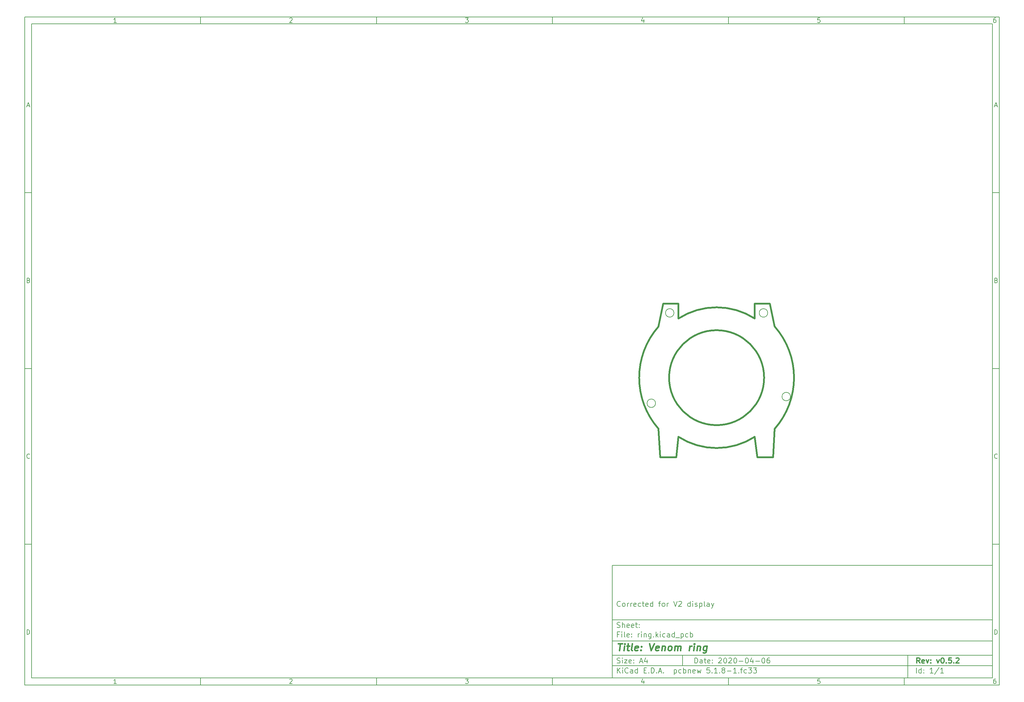
<source format=gbr>
G04 #@! TF.GenerationSoftware,KiCad,Pcbnew,5.1.8-1.fc33*
G04 #@! TF.CreationDate,2020-11-26T23:02:46+01:00*
G04 #@! TF.ProjectId,ring,72696e67-2e6b-4696-9361-645f70636258,v0.5.2*
G04 #@! TF.SameCoordinates,Original*
G04 #@! TF.FileFunction,Profile,NP*
%FSLAX46Y46*%
G04 Gerber Fmt 4.6, Leading zero omitted, Abs format (unit mm)*
G04 Created by KiCad (PCBNEW 5.1.8-1.fc33) date 2020-11-26 23:02:46*
%MOMM*%
%LPD*%
G01*
G04 APERTURE LIST*
%ADD10C,0.100000*%
%ADD11C,0.150000*%
%ADD12C,0.300000*%
%ADD13C,0.400000*%
G04 #@! TA.AperFunction,Profile*
%ADD14C,0.200000*%
G04 #@! TD*
G04 #@! TA.AperFunction,Profile*
%ADD15C,0.500000*%
G04 #@! TD*
G04 APERTURE END LIST*
D10*
D11*
X177002200Y-166007200D02*
X177002200Y-198007200D01*
X285002200Y-198007200D01*
X285002200Y-166007200D01*
X177002200Y-166007200D01*
D10*
D11*
X10000000Y-10000000D02*
X10000000Y-200007200D01*
X287002200Y-200007200D01*
X287002200Y-10000000D01*
X10000000Y-10000000D01*
D10*
D11*
X12000000Y-12000000D02*
X12000000Y-198007200D01*
X285002200Y-198007200D01*
X285002200Y-12000000D01*
X12000000Y-12000000D01*
D10*
D11*
X60000000Y-12000000D02*
X60000000Y-10000000D01*
D10*
D11*
X110000000Y-12000000D02*
X110000000Y-10000000D01*
D10*
D11*
X160000000Y-12000000D02*
X160000000Y-10000000D01*
D10*
D11*
X210000000Y-12000000D02*
X210000000Y-10000000D01*
D10*
D11*
X260000000Y-12000000D02*
X260000000Y-10000000D01*
D10*
D11*
X36065476Y-11588095D02*
X35322619Y-11588095D01*
X35694047Y-11588095D02*
X35694047Y-10288095D01*
X35570238Y-10473809D01*
X35446428Y-10597619D01*
X35322619Y-10659523D01*
D10*
D11*
X85322619Y-10411904D02*
X85384523Y-10350000D01*
X85508333Y-10288095D01*
X85817857Y-10288095D01*
X85941666Y-10350000D01*
X86003571Y-10411904D01*
X86065476Y-10535714D01*
X86065476Y-10659523D01*
X86003571Y-10845238D01*
X85260714Y-11588095D01*
X86065476Y-11588095D01*
D10*
D11*
X135260714Y-10288095D02*
X136065476Y-10288095D01*
X135632142Y-10783333D01*
X135817857Y-10783333D01*
X135941666Y-10845238D01*
X136003571Y-10907142D01*
X136065476Y-11030952D01*
X136065476Y-11340476D01*
X136003571Y-11464285D01*
X135941666Y-11526190D01*
X135817857Y-11588095D01*
X135446428Y-11588095D01*
X135322619Y-11526190D01*
X135260714Y-11464285D01*
D10*
D11*
X185941666Y-10721428D02*
X185941666Y-11588095D01*
X185632142Y-10226190D02*
X185322619Y-11154761D01*
X186127380Y-11154761D01*
D10*
D11*
X236003571Y-10288095D02*
X235384523Y-10288095D01*
X235322619Y-10907142D01*
X235384523Y-10845238D01*
X235508333Y-10783333D01*
X235817857Y-10783333D01*
X235941666Y-10845238D01*
X236003571Y-10907142D01*
X236065476Y-11030952D01*
X236065476Y-11340476D01*
X236003571Y-11464285D01*
X235941666Y-11526190D01*
X235817857Y-11588095D01*
X235508333Y-11588095D01*
X235384523Y-11526190D01*
X235322619Y-11464285D01*
D10*
D11*
X285941666Y-10288095D02*
X285694047Y-10288095D01*
X285570238Y-10350000D01*
X285508333Y-10411904D01*
X285384523Y-10597619D01*
X285322619Y-10845238D01*
X285322619Y-11340476D01*
X285384523Y-11464285D01*
X285446428Y-11526190D01*
X285570238Y-11588095D01*
X285817857Y-11588095D01*
X285941666Y-11526190D01*
X286003571Y-11464285D01*
X286065476Y-11340476D01*
X286065476Y-11030952D01*
X286003571Y-10907142D01*
X285941666Y-10845238D01*
X285817857Y-10783333D01*
X285570238Y-10783333D01*
X285446428Y-10845238D01*
X285384523Y-10907142D01*
X285322619Y-11030952D01*
D10*
D11*
X60000000Y-198007200D02*
X60000000Y-200007200D01*
D10*
D11*
X110000000Y-198007200D02*
X110000000Y-200007200D01*
D10*
D11*
X160000000Y-198007200D02*
X160000000Y-200007200D01*
D10*
D11*
X210000000Y-198007200D02*
X210000000Y-200007200D01*
D10*
D11*
X260000000Y-198007200D02*
X260000000Y-200007200D01*
D10*
D11*
X36065476Y-199595295D02*
X35322619Y-199595295D01*
X35694047Y-199595295D02*
X35694047Y-198295295D01*
X35570238Y-198481009D01*
X35446428Y-198604819D01*
X35322619Y-198666723D01*
D10*
D11*
X85322619Y-198419104D02*
X85384523Y-198357200D01*
X85508333Y-198295295D01*
X85817857Y-198295295D01*
X85941666Y-198357200D01*
X86003571Y-198419104D01*
X86065476Y-198542914D01*
X86065476Y-198666723D01*
X86003571Y-198852438D01*
X85260714Y-199595295D01*
X86065476Y-199595295D01*
D10*
D11*
X135260714Y-198295295D02*
X136065476Y-198295295D01*
X135632142Y-198790533D01*
X135817857Y-198790533D01*
X135941666Y-198852438D01*
X136003571Y-198914342D01*
X136065476Y-199038152D01*
X136065476Y-199347676D01*
X136003571Y-199471485D01*
X135941666Y-199533390D01*
X135817857Y-199595295D01*
X135446428Y-199595295D01*
X135322619Y-199533390D01*
X135260714Y-199471485D01*
D10*
D11*
X185941666Y-198728628D02*
X185941666Y-199595295D01*
X185632142Y-198233390D02*
X185322619Y-199161961D01*
X186127380Y-199161961D01*
D10*
D11*
X236003571Y-198295295D02*
X235384523Y-198295295D01*
X235322619Y-198914342D01*
X235384523Y-198852438D01*
X235508333Y-198790533D01*
X235817857Y-198790533D01*
X235941666Y-198852438D01*
X236003571Y-198914342D01*
X236065476Y-199038152D01*
X236065476Y-199347676D01*
X236003571Y-199471485D01*
X235941666Y-199533390D01*
X235817857Y-199595295D01*
X235508333Y-199595295D01*
X235384523Y-199533390D01*
X235322619Y-199471485D01*
D10*
D11*
X285941666Y-198295295D02*
X285694047Y-198295295D01*
X285570238Y-198357200D01*
X285508333Y-198419104D01*
X285384523Y-198604819D01*
X285322619Y-198852438D01*
X285322619Y-199347676D01*
X285384523Y-199471485D01*
X285446428Y-199533390D01*
X285570238Y-199595295D01*
X285817857Y-199595295D01*
X285941666Y-199533390D01*
X286003571Y-199471485D01*
X286065476Y-199347676D01*
X286065476Y-199038152D01*
X286003571Y-198914342D01*
X285941666Y-198852438D01*
X285817857Y-198790533D01*
X285570238Y-198790533D01*
X285446428Y-198852438D01*
X285384523Y-198914342D01*
X285322619Y-199038152D01*
D10*
D11*
X10000000Y-60000000D02*
X12000000Y-60000000D01*
D10*
D11*
X10000000Y-110000000D02*
X12000000Y-110000000D01*
D10*
D11*
X10000000Y-160000000D02*
X12000000Y-160000000D01*
D10*
D11*
X10690476Y-35216666D02*
X11309523Y-35216666D01*
X10566666Y-35588095D02*
X11000000Y-34288095D01*
X11433333Y-35588095D01*
D10*
D11*
X11092857Y-84907142D02*
X11278571Y-84969047D01*
X11340476Y-85030952D01*
X11402380Y-85154761D01*
X11402380Y-85340476D01*
X11340476Y-85464285D01*
X11278571Y-85526190D01*
X11154761Y-85588095D01*
X10659523Y-85588095D01*
X10659523Y-84288095D01*
X11092857Y-84288095D01*
X11216666Y-84350000D01*
X11278571Y-84411904D01*
X11340476Y-84535714D01*
X11340476Y-84659523D01*
X11278571Y-84783333D01*
X11216666Y-84845238D01*
X11092857Y-84907142D01*
X10659523Y-84907142D01*
D10*
D11*
X11402380Y-135464285D02*
X11340476Y-135526190D01*
X11154761Y-135588095D01*
X11030952Y-135588095D01*
X10845238Y-135526190D01*
X10721428Y-135402380D01*
X10659523Y-135278571D01*
X10597619Y-135030952D01*
X10597619Y-134845238D01*
X10659523Y-134597619D01*
X10721428Y-134473809D01*
X10845238Y-134350000D01*
X11030952Y-134288095D01*
X11154761Y-134288095D01*
X11340476Y-134350000D01*
X11402380Y-134411904D01*
D10*
D11*
X10659523Y-185588095D02*
X10659523Y-184288095D01*
X10969047Y-184288095D01*
X11154761Y-184350000D01*
X11278571Y-184473809D01*
X11340476Y-184597619D01*
X11402380Y-184845238D01*
X11402380Y-185030952D01*
X11340476Y-185278571D01*
X11278571Y-185402380D01*
X11154761Y-185526190D01*
X10969047Y-185588095D01*
X10659523Y-185588095D01*
D10*
D11*
X287002200Y-60000000D02*
X285002200Y-60000000D01*
D10*
D11*
X287002200Y-110000000D02*
X285002200Y-110000000D01*
D10*
D11*
X287002200Y-160000000D02*
X285002200Y-160000000D01*
D10*
D11*
X285692676Y-35216666D02*
X286311723Y-35216666D01*
X285568866Y-35588095D02*
X286002200Y-34288095D01*
X286435533Y-35588095D01*
D10*
D11*
X286095057Y-84907142D02*
X286280771Y-84969047D01*
X286342676Y-85030952D01*
X286404580Y-85154761D01*
X286404580Y-85340476D01*
X286342676Y-85464285D01*
X286280771Y-85526190D01*
X286156961Y-85588095D01*
X285661723Y-85588095D01*
X285661723Y-84288095D01*
X286095057Y-84288095D01*
X286218866Y-84350000D01*
X286280771Y-84411904D01*
X286342676Y-84535714D01*
X286342676Y-84659523D01*
X286280771Y-84783333D01*
X286218866Y-84845238D01*
X286095057Y-84907142D01*
X285661723Y-84907142D01*
D10*
D11*
X286404580Y-135464285D02*
X286342676Y-135526190D01*
X286156961Y-135588095D01*
X286033152Y-135588095D01*
X285847438Y-135526190D01*
X285723628Y-135402380D01*
X285661723Y-135278571D01*
X285599819Y-135030952D01*
X285599819Y-134845238D01*
X285661723Y-134597619D01*
X285723628Y-134473809D01*
X285847438Y-134350000D01*
X286033152Y-134288095D01*
X286156961Y-134288095D01*
X286342676Y-134350000D01*
X286404580Y-134411904D01*
D10*
D11*
X285661723Y-185588095D02*
X285661723Y-184288095D01*
X285971247Y-184288095D01*
X286156961Y-184350000D01*
X286280771Y-184473809D01*
X286342676Y-184597619D01*
X286404580Y-184845238D01*
X286404580Y-185030952D01*
X286342676Y-185278571D01*
X286280771Y-185402380D01*
X286156961Y-185526190D01*
X285971247Y-185588095D01*
X285661723Y-185588095D01*
D10*
D11*
X200434342Y-193785771D02*
X200434342Y-192285771D01*
X200791485Y-192285771D01*
X201005771Y-192357200D01*
X201148628Y-192500057D01*
X201220057Y-192642914D01*
X201291485Y-192928628D01*
X201291485Y-193142914D01*
X201220057Y-193428628D01*
X201148628Y-193571485D01*
X201005771Y-193714342D01*
X200791485Y-193785771D01*
X200434342Y-193785771D01*
X202577200Y-193785771D02*
X202577200Y-193000057D01*
X202505771Y-192857200D01*
X202362914Y-192785771D01*
X202077200Y-192785771D01*
X201934342Y-192857200D01*
X202577200Y-193714342D02*
X202434342Y-193785771D01*
X202077200Y-193785771D01*
X201934342Y-193714342D01*
X201862914Y-193571485D01*
X201862914Y-193428628D01*
X201934342Y-193285771D01*
X202077200Y-193214342D01*
X202434342Y-193214342D01*
X202577200Y-193142914D01*
X203077200Y-192785771D02*
X203648628Y-192785771D01*
X203291485Y-192285771D02*
X203291485Y-193571485D01*
X203362914Y-193714342D01*
X203505771Y-193785771D01*
X203648628Y-193785771D01*
X204720057Y-193714342D02*
X204577200Y-193785771D01*
X204291485Y-193785771D01*
X204148628Y-193714342D01*
X204077200Y-193571485D01*
X204077200Y-193000057D01*
X204148628Y-192857200D01*
X204291485Y-192785771D01*
X204577200Y-192785771D01*
X204720057Y-192857200D01*
X204791485Y-193000057D01*
X204791485Y-193142914D01*
X204077200Y-193285771D01*
X205434342Y-193642914D02*
X205505771Y-193714342D01*
X205434342Y-193785771D01*
X205362914Y-193714342D01*
X205434342Y-193642914D01*
X205434342Y-193785771D01*
X205434342Y-192857200D02*
X205505771Y-192928628D01*
X205434342Y-193000057D01*
X205362914Y-192928628D01*
X205434342Y-192857200D01*
X205434342Y-193000057D01*
X207220057Y-192428628D02*
X207291485Y-192357200D01*
X207434342Y-192285771D01*
X207791485Y-192285771D01*
X207934342Y-192357200D01*
X208005771Y-192428628D01*
X208077200Y-192571485D01*
X208077200Y-192714342D01*
X208005771Y-192928628D01*
X207148628Y-193785771D01*
X208077200Y-193785771D01*
X209005771Y-192285771D02*
X209148628Y-192285771D01*
X209291485Y-192357200D01*
X209362914Y-192428628D01*
X209434342Y-192571485D01*
X209505771Y-192857200D01*
X209505771Y-193214342D01*
X209434342Y-193500057D01*
X209362914Y-193642914D01*
X209291485Y-193714342D01*
X209148628Y-193785771D01*
X209005771Y-193785771D01*
X208862914Y-193714342D01*
X208791485Y-193642914D01*
X208720057Y-193500057D01*
X208648628Y-193214342D01*
X208648628Y-192857200D01*
X208720057Y-192571485D01*
X208791485Y-192428628D01*
X208862914Y-192357200D01*
X209005771Y-192285771D01*
X210077200Y-192428628D02*
X210148628Y-192357200D01*
X210291485Y-192285771D01*
X210648628Y-192285771D01*
X210791485Y-192357200D01*
X210862914Y-192428628D01*
X210934342Y-192571485D01*
X210934342Y-192714342D01*
X210862914Y-192928628D01*
X210005771Y-193785771D01*
X210934342Y-193785771D01*
X211862914Y-192285771D02*
X212005771Y-192285771D01*
X212148628Y-192357200D01*
X212220057Y-192428628D01*
X212291485Y-192571485D01*
X212362914Y-192857200D01*
X212362914Y-193214342D01*
X212291485Y-193500057D01*
X212220057Y-193642914D01*
X212148628Y-193714342D01*
X212005771Y-193785771D01*
X211862914Y-193785771D01*
X211720057Y-193714342D01*
X211648628Y-193642914D01*
X211577200Y-193500057D01*
X211505771Y-193214342D01*
X211505771Y-192857200D01*
X211577200Y-192571485D01*
X211648628Y-192428628D01*
X211720057Y-192357200D01*
X211862914Y-192285771D01*
X213005771Y-193214342D02*
X214148628Y-193214342D01*
X215148628Y-192285771D02*
X215291485Y-192285771D01*
X215434342Y-192357200D01*
X215505771Y-192428628D01*
X215577200Y-192571485D01*
X215648628Y-192857200D01*
X215648628Y-193214342D01*
X215577200Y-193500057D01*
X215505771Y-193642914D01*
X215434342Y-193714342D01*
X215291485Y-193785771D01*
X215148628Y-193785771D01*
X215005771Y-193714342D01*
X214934342Y-193642914D01*
X214862914Y-193500057D01*
X214791485Y-193214342D01*
X214791485Y-192857200D01*
X214862914Y-192571485D01*
X214934342Y-192428628D01*
X215005771Y-192357200D01*
X215148628Y-192285771D01*
X216934342Y-192785771D02*
X216934342Y-193785771D01*
X216577200Y-192214342D02*
X216220057Y-193285771D01*
X217148628Y-193285771D01*
X217720057Y-193214342D02*
X218862914Y-193214342D01*
X219862914Y-192285771D02*
X220005771Y-192285771D01*
X220148628Y-192357200D01*
X220220057Y-192428628D01*
X220291485Y-192571485D01*
X220362914Y-192857200D01*
X220362914Y-193214342D01*
X220291485Y-193500057D01*
X220220057Y-193642914D01*
X220148628Y-193714342D01*
X220005771Y-193785771D01*
X219862914Y-193785771D01*
X219720057Y-193714342D01*
X219648628Y-193642914D01*
X219577200Y-193500057D01*
X219505771Y-193214342D01*
X219505771Y-192857200D01*
X219577200Y-192571485D01*
X219648628Y-192428628D01*
X219720057Y-192357200D01*
X219862914Y-192285771D01*
X221648628Y-192285771D02*
X221362914Y-192285771D01*
X221220057Y-192357200D01*
X221148628Y-192428628D01*
X221005771Y-192642914D01*
X220934342Y-192928628D01*
X220934342Y-193500057D01*
X221005771Y-193642914D01*
X221077200Y-193714342D01*
X221220057Y-193785771D01*
X221505771Y-193785771D01*
X221648628Y-193714342D01*
X221720057Y-193642914D01*
X221791485Y-193500057D01*
X221791485Y-193142914D01*
X221720057Y-193000057D01*
X221648628Y-192928628D01*
X221505771Y-192857200D01*
X221220057Y-192857200D01*
X221077200Y-192928628D01*
X221005771Y-193000057D01*
X220934342Y-193142914D01*
D10*
D11*
X177002200Y-194507200D02*
X285002200Y-194507200D01*
D10*
D11*
X178434342Y-196585771D02*
X178434342Y-195085771D01*
X179291485Y-196585771D02*
X178648628Y-195728628D01*
X179291485Y-195085771D02*
X178434342Y-195942914D01*
X179934342Y-196585771D02*
X179934342Y-195585771D01*
X179934342Y-195085771D02*
X179862914Y-195157200D01*
X179934342Y-195228628D01*
X180005771Y-195157200D01*
X179934342Y-195085771D01*
X179934342Y-195228628D01*
X181505771Y-196442914D02*
X181434342Y-196514342D01*
X181220057Y-196585771D01*
X181077200Y-196585771D01*
X180862914Y-196514342D01*
X180720057Y-196371485D01*
X180648628Y-196228628D01*
X180577200Y-195942914D01*
X180577200Y-195728628D01*
X180648628Y-195442914D01*
X180720057Y-195300057D01*
X180862914Y-195157200D01*
X181077200Y-195085771D01*
X181220057Y-195085771D01*
X181434342Y-195157200D01*
X181505771Y-195228628D01*
X182791485Y-196585771D02*
X182791485Y-195800057D01*
X182720057Y-195657200D01*
X182577200Y-195585771D01*
X182291485Y-195585771D01*
X182148628Y-195657200D01*
X182791485Y-196514342D02*
X182648628Y-196585771D01*
X182291485Y-196585771D01*
X182148628Y-196514342D01*
X182077200Y-196371485D01*
X182077200Y-196228628D01*
X182148628Y-196085771D01*
X182291485Y-196014342D01*
X182648628Y-196014342D01*
X182791485Y-195942914D01*
X184148628Y-196585771D02*
X184148628Y-195085771D01*
X184148628Y-196514342D02*
X184005771Y-196585771D01*
X183720057Y-196585771D01*
X183577200Y-196514342D01*
X183505771Y-196442914D01*
X183434342Y-196300057D01*
X183434342Y-195871485D01*
X183505771Y-195728628D01*
X183577200Y-195657200D01*
X183720057Y-195585771D01*
X184005771Y-195585771D01*
X184148628Y-195657200D01*
X186005771Y-195800057D02*
X186505771Y-195800057D01*
X186720057Y-196585771D02*
X186005771Y-196585771D01*
X186005771Y-195085771D01*
X186720057Y-195085771D01*
X187362914Y-196442914D02*
X187434342Y-196514342D01*
X187362914Y-196585771D01*
X187291485Y-196514342D01*
X187362914Y-196442914D01*
X187362914Y-196585771D01*
X188077200Y-196585771D02*
X188077200Y-195085771D01*
X188434342Y-195085771D01*
X188648628Y-195157200D01*
X188791485Y-195300057D01*
X188862914Y-195442914D01*
X188934342Y-195728628D01*
X188934342Y-195942914D01*
X188862914Y-196228628D01*
X188791485Y-196371485D01*
X188648628Y-196514342D01*
X188434342Y-196585771D01*
X188077200Y-196585771D01*
X189577200Y-196442914D02*
X189648628Y-196514342D01*
X189577200Y-196585771D01*
X189505771Y-196514342D01*
X189577200Y-196442914D01*
X189577200Y-196585771D01*
X190220057Y-196157200D02*
X190934342Y-196157200D01*
X190077200Y-196585771D02*
X190577200Y-195085771D01*
X191077200Y-196585771D01*
X191577200Y-196442914D02*
X191648628Y-196514342D01*
X191577200Y-196585771D01*
X191505771Y-196514342D01*
X191577200Y-196442914D01*
X191577200Y-196585771D01*
X194577200Y-195585771D02*
X194577200Y-197085771D01*
X194577200Y-195657200D02*
X194720057Y-195585771D01*
X195005771Y-195585771D01*
X195148628Y-195657200D01*
X195220057Y-195728628D01*
X195291485Y-195871485D01*
X195291485Y-196300057D01*
X195220057Y-196442914D01*
X195148628Y-196514342D01*
X195005771Y-196585771D01*
X194720057Y-196585771D01*
X194577200Y-196514342D01*
X196577200Y-196514342D02*
X196434342Y-196585771D01*
X196148628Y-196585771D01*
X196005771Y-196514342D01*
X195934342Y-196442914D01*
X195862914Y-196300057D01*
X195862914Y-195871485D01*
X195934342Y-195728628D01*
X196005771Y-195657200D01*
X196148628Y-195585771D01*
X196434342Y-195585771D01*
X196577200Y-195657200D01*
X197220057Y-196585771D02*
X197220057Y-195085771D01*
X197220057Y-195657200D02*
X197362914Y-195585771D01*
X197648628Y-195585771D01*
X197791485Y-195657200D01*
X197862914Y-195728628D01*
X197934342Y-195871485D01*
X197934342Y-196300057D01*
X197862914Y-196442914D01*
X197791485Y-196514342D01*
X197648628Y-196585771D01*
X197362914Y-196585771D01*
X197220057Y-196514342D01*
X198577200Y-195585771D02*
X198577200Y-196585771D01*
X198577200Y-195728628D02*
X198648628Y-195657200D01*
X198791485Y-195585771D01*
X199005771Y-195585771D01*
X199148628Y-195657200D01*
X199220057Y-195800057D01*
X199220057Y-196585771D01*
X200505771Y-196514342D02*
X200362914Y-196585771D01*
X200077200Y-196585771D01*
X199934342Y-196514342D01*
X199862914Y-196371485D01*
X199862914Y-195800057D01*
X199934342Y-195657200D01*
X200077200Y-195585771D01*
X200362914Y-195585771D01*
X200505771Y-195657200D01*
X200577200Y-195800057D01*
X200577200Y-195942914D01*
X199862914Y-196085771D01*
X201077200Y-195585771D02*
X201362914Y-196585771D01*
X201648628Y-195871485D01*
X201934342Y-196585771D01*
X202220057Y-195585771D01*
X204648628Y-195085771D02*
X203934342Y-195085771D01*
X203862914Y-195800057D01*
X203934342Y-195728628D01*
X204077200Y-195657200D01*
X204434342Y-195657200D01*
X204577200Y-195728628D01*
X204648628Y-195800057D01*
X204720057Y-195942914D01*
X204720057Y-196300057D01*
X204648628Y-196442914D01*
X204577200Y-196514342D01*
X204434342Y-196585771D01*
X204077200Y-196585771D01*
X203934342Y-196514342D01*
X203862914Y-196442914D01*
X205362914Y-196442914D02*
X205434342Y-196514342D01*
X205362914Y-196585771D01*
X205291485Y-196514342D01*
X205362914Y-196442914D01*
X205362914Y-196585771D01*
X206862914Y-196585771D02*
X206005771Y-196585771D01*
X206434342Y-196585771D02*
X206434342Y-195085771D01*
X206291485Y-195300057D01*
X206148628Y-195442914D01*
X206005771Y-195514342D01*
X207505771Y-196442914D02*
X207577200Y-196514342D01*
X207505771Y-196585771D01*
X207434342Y-196514342D01*
X207505771Y-196442914D01*
X207505771Y-196585771D01*
X208434342Y-195728628D02*
X208291485Y-195657200D01*
X208220057Y-195585771D01*
X208148628Y-195442914D01*
X208148628Y-195371485D01*
X208220057Y-195228628D01*
X208291485Y-195157200D01*
X208434342Y-195085771D01*
X208720057Y-195085771D01*
X208862914Y-195157200D01*
X208934342Y-195228628D01*
X209005771Y-195371485D01*
X209005771Y-195442914D01*
X208934342Y-195585771D01*
X208862914Y-195657200D01*
X208720057Y-195728628D01*
X208434342Y-195728628D01*
X208291485Y-195800057D01*
X208220057Y-195871485D01*
X208148628Y-196014342D01*
X208148628Y-196300057D01*
X208220057Y-196442914D01*
X208291485Y-196514342D01*
X208434342Y-196585771D01*
X208720057Y-196585771D01*
X208862914Y-196514342D01*
X208934342Y-196442914D01*
X209005771Y-196300057D01*
X209005771Y-196014342D01*
X208934342Y-195871485D01*
X208862914Y-195800057D01*
X208720057Y-195728628D01*
X209648628Y-196014342D02*
X210791485Y-196014342D01*
X212291485Y-196585771D02*
X211434342Y-196585771D01*
X211862914Y-196585771D02*
X211862914Y-195085771D01*
X211720057Y-195300057D01*
X211577200Y-195442914D01*
X211434342Y-195514342D01*
X212934342Y-196442914D02*
X213005771Y-196514342D01*
X212934342Y-196585771D01*
X212862914Y-196514342D01*
X212934342Y-196442914D01*
X212934342Y-196585771D01*
X213434342Y-195585771D02*
X214005771Y-195585771D01*
X213648628Y-196585771D02*
X213648628Y-195300057D01*
X213720057Y-195157200D01*
X213862914Y-195085771D01*
X214005771Y-195085771D01*
X215148628Y-196514342D02*
X215005771Y-196585771D01*
X214720057Y-196585771D01*
X214577200Y-196514342D01*
X214505771Y-196442914D01*
X214434342Y-196300057D01*
X214434342Y-195871485D01*
X214505771Y-195728628D01*
X214577200Y-195657200D01*
X214720057Y-195585771D01*
X215005771Y-195585771D01*
X215148628Y-195657200D01*
X215648628Y-195085771D02*
X216577200Y-195085771D01*
X216077200Y-195657200D01*
X216291485Y-195657200D01*
X216434342Y-195728628D01*
X216505771Y-195800057D01*
X216577200Y-195942914D01*
X216577200Y-196300057D01*
X216505771Y-196442914D01*
X216434342Y-196514342D01*
X216291485Y-196585771D01*
X215862914Y-196585771D01*
X215720057Y-196514342D01*
X215648628Y-196442914D01*
X217077200Y-195085771D02*
X218005771Y-195085771D01*
X217505771Y-195657200D01*
X217720057Y-195657200D01*
X217862914Y-195728628D01*
X217934342Y-195800057D01*
X218005771Y-195942914D01*
X218005771Y-196300057D01*
X217934342Y-196442914D01*
X217862914Y-196514342D01*
X217720057Y-196585771D01*
X217291485Y-196585771D01*
X217148628Y-196514342D01*
X217077200Y-196442914D01*
D10*
D11*
X177002200Y-191507200D02*
X285002200Y-191507200D01*
D10*
D12*
X264411485Y-193785771D02*
X263911485Y-193071485D01*
X263554342Y-193785771D02*
X263554342Y-192285771D01*
X264125771Y-192285771D01*
X264268628Y-192357200D01*
X264340057Y-192428628D01*
X264411485Y-192571485D01*
X264411485Y-192785771D01*
X264340057Y-192928628D01*
X264268628Y-193000057D01*
X264125771Y-193071485D01*
X263554342Y-193071485D01*
X265625771Y-193714342D02*
X265482914Y-193785771D01*
X265197200Y-193785771D01*
X265054342Y-193714342D01*
X264982914Y-193571485D01*
X264982914Y-193000057D01*
X265054342Y-192857200D01*
X265197200Y-192785771D01*
X265482914Y-192785771D01*
X265625771Y-192857200D01*
X265697200Y-193000057D01*
X265697200Y-193142914D01*
X264982914Y-193285771D01*
X266197200Y-192785771D02*
X266554342Y-193785771D01*
X266911485Y-192785771D01*
X267482914Y-193642914D02*
X267554342Y-193714342D01*
X267482914Y-193785771D01*
X267411485Y-193714342D01*
X267482914Y-193642914D01*
X267482914Y-193785771D01*
X267482914Y-192857200D02*
X267554342Y-192928628D01*
X267482914Y-193000057D01*
X267411485Y-192928628D01*
X267482914Y-192857200D01*
X267482914Y-193000057D01*
X269197200Y-192785771D02*
X269554342Y-193785771D01*
X269911485Y-192785771D01*
X270768628Y-192285771D02*
X270911485Y-192285771D01*
X271054342Y-192357200D01*
X271125771Y-192428628D01*
X271197200Y-192571485D01*
X271268628Y-192857200D01*
X271268628Y-193214342D01*
X271197200Y-193500057D01*
X271125771Y-193642914D01*
X271054342Y-193714342D01*
X270911485Y-193785771D01*
X270768628Y-193785771D01*
X270625771Y-193714342D01*
X270554342Y-193642914D01*
X270482914Y-193500057D01*
X270411485Y-193214342D01*
X270411485Y-192857200D01*
X270482914Y-192571485D01*
X270554342Y-192428628D01*
X270625771Y-192357200D01*
X270768628Y-192285771D01*
X271911485Y-193642914D02*
X271982914Y-193714342D01*
X271911485Y-193785771D01*
X271840057Y-193714342D01*
X271911485Y-193642914D01*
X271911485Y-193785771D01*
X273340057Y-192285771D02*
X272625771Y-192285771D01*
X272554342Y-193000057D01*
X272625771Y-192928628D01*
X272768628Y-192857200D01*
X273125771Y-192857200D01*
X273268628Y-192928628D01*
X273340057Y-193000057D01*
X273411485Y-193142914D01*
X273411485Y-193500057D01*
X273340057Y-193642914D01*
X273268628Y-193714342D01*
X273125771Y-193785771D01*
X272768628Y-193785771D01*
X272625771Y-193714342D01*
X272554342Y-193642914D01*
X274054342Y-193642914D02*
X274125771Y-193714342D01*
X274054342Y-193785771D01*
X273982914Y-193714342D01*
X274054342Y-193642914D01*
X274054342Y-193785771D01*
X274697200Y-192428628D02*
X274768628Y-192357200D01*
X274911485Y-192285771D01*
X275268628Y-192285771D01*
X275411485Y-192357200D01*
X275482914Y-192428628D01*
X275554342Y-192571485D01*
X275554342Y-192714342D01*
X275482914Y-192928628D01*
X274625771Y-193785771D01*
X275554342Y-193785771D01*
D10*
D11*
X178362914Y-193714342D02*
X178577200Y-193785771D01*
X178934342Y-193785771D01*
X179077200Y-193714342D01*
X179148628Y-193642914D01*
X179220057Y-193500057D01*
X179220057Y-193357200D01*
X179148628Y-193214342D01*
X179077200Y-193142914D01*
X178934342Y-193071485D01*
X178648628Y-193000057D01*
X178505771Y-192928628D01*
X178434342Y-192857200D01*
X178362914Y-192714342D01*
X178362914Y-192571485D01*
X178434342Y-192428628D01*
X178505771Y-192357200D01*
X178648628Y-192285771D01*
X179005771Y-192285771D01*
X179220057Y-192357200D01*
X179862914Y-193785771D02*
X179862914Y-192785771D01*
X179862914Y-192285771D02*
X179791485Y-192357200D01*
X179862914Y-192428628D01*
X179934342Y-192357200D01*
X179862914Y-192285771D01*
X179862914Y-192428628D01*
X180434342Y-192785771D02*
X181220057Y-192785771D01*
X180434342Y-193785771D01*
X181220057Y-193785771D01*
X182362914Y-193714342D02*
X182220057Y-193785771D01*
X181934342Y-193785771D01*
X181791485Y-193714342D01*
X181720057Y-193571485D01*
X181720057Y-193000057D01*
X181791485Y-192857200D01*
X181934342Y-192785771D01*
X182220057Y-192785771D01*
X182362914Y-192857200D01*
X182434342Y-193000057D01*
X182434342Y-193142914D01*
X181720057Y-193285771D01*
X183077200Y-193642914D02*
X183148628Y-193714342D01*
X183077200Y-193785771D01*
X183005771Y-193714342D01*
X183077200Y-193642914D01*
X183077200Y-193785771D01*
X183077200Y-192857200D02*
X183148628Y-192928628D01*
X183077200Y-193000057D01*
X183005771Y-192928628D01*
X183077200Y-192857200D01*
X183077200Y-193000057D01*
X184862914Y-193357200D02*
X185577200Y-193357200D01*
X184720057Y-193785771D02*
X185220057Y-192285771D01*
X185720057Y-193785771D01*
X186862914Y-192785771D02*
X186862914Y-193785771D01*
X186505771Y-192214342D02*
X186148628Y-193285771D01*
X187077200Y-193285771D01*
D10*
D11*
X263434342Y-196585771D02*
X263434342Y-195085771D01*
X264791485Y-196585771D02*
X264791485Y-195085771D01*
X264791485Y-196514342D02*
X264648628Y-196585771D01*
X264362914Y-196585771D01*
X264220057Y-196514342D01*
X264148628Y-196442914D01*
X264077200Y-196300057D01*
X264077200Y-195871485D01*
X264148628Y-195728628D01*
X264220057Y-195657200D01*
X264362914Y-195585771D01*
X264648628Y-195585771D01*
X264791485Y-195657200D01*
X265505771Y-196442914D02*
X265577200Y-196514342D01*
X265505771Y-196585771D01*
X265434342Y-196514342D01*
X265505771Y-196442914D01*
X265505771Y-196585771D01*
X265505771Y-195657200D02*
X265577200Y-195728628D01*
X265505771Y-195800057D01*
X265434342Y-195728628D01*
X265505771Y-195657200D01*
X265505771Y-195800057D01*
X268148628Y-196585771D02*
X267291485Y-196585771D01*
X267720057Y-196585771D02*
X267720057Y-195085771D01*
X267577200Y-195300057D01*
X267434342Y-195442914D01*
X267291485Y-195514342D01*
X269862914Y-195014342D02*
X268577200Y-196942914D01*
X271148628Y-196585771D02*
X270291485Y-196585771D01*
X270720057Y-196585771D02*
X270720057Y-195085771D01*
X270577200Y-195300057D01*
X270434342Y-195442914D01*
X270291485Y-195514342D01*
D10*
D11*
X177002200Y-187507200D02*
X285002200Y-187507200D01*
D10*
D13*
X178714580Y-188211961D02*
X179857438Y-188211961D01*
X179036009Y-190211961D02*
X179286009Y-188211961D01*
X180274104Y-190211961D02*
X180440771Y-188878628D01*
X180524104Y-188211961D02*
X180416961Y-188307200D01*
X180500295Y-188402438D01*
X180607438Y-188307200D01*
X180524104Y-188211961D01*
X180500295Y-188402438D01*
X181107438Y-188878628D02*
X181869342Y-188878628D01*
X181476485Y-188211961D02*
X181262200Y-189926247D01*
X181333628Y-190116723D01*
X181512200Y-190211961D01*
X181702676Y-190211961D01*
X182655057Y-190211961D02*
X182476485Y-190116723D01*
X182405057Y-189926247D01*
X182619342Y-188211961D01*
X184190771Y-190116723D02*
X183988390Y-190211961D01*
X183607438Y-190211961D01*
X183428866Y-190116723D01*
X183357438Y-189926247D01*
X183452676Y-189164342D01*
X183571723Y-188973866D01*
X183774104Y-188878628D01*
X184155057Y-188878628D01*
X184333628Y-188973866D01*
X184405057Y-189164342D01*
X184381247Y-189354819D01*
X183405057Y-189545295D01*
X185155057Y-190021485D02*
X185238390Y-190116723D01*
X185131247Y-190211961D01*
X185047914Y-190116723D01*
X185155057Y-190021485D01*
X185131247Y-190211961D01*
X185286009Y-188973866D02*
X185369342Y-189069104D01*
X185262200Y-189164342D01*
X185178866Y-189069104D01*
X185286009Y-188973866D01*
X185262200Y-189164342D01*
X187571723Y-188211961D02*
X187988390Y-190211961D01*
X188905057Y-188211961D01*
X190095533Y-190116723D02*
X189893152Y-190211961D01*
X189512200Y-190211961D01*
X189333628Y-190116723D01*
X189262200Y-189926247D01*
X189357438Y-189164342D01*
X189476485Y-188973866D01*
X189678866Y-188878628D01*
X190059819Y-188878628D01*
X190238390Y-188973866D01*
X190309819Y-189164342D01*
X190286009Y-189354819D01*
X189309819Y-189545295D01*
X191202676Y-188878628D02*
X191036009Y-190211961D01*
X191178866Y-189069104D02*
X191286009Y-188973866D01*
X191488390Y-188878628D01*
X191774104Y-188878628D01*
X191952676Y-188973866D01*
X192024104Y-189164342D01*
X191893152Y-190211961D01*
X193131247Y-190211961D02*
X192952676Y-190116723D01*
X192869342Y-190021485D01*
X192797914Y-189831009D01*
X192869342Y-189259580D01*
X192988390Y-189069104D01*
X193095533Y-188973866D01*
X193297914Y-188878628D01*
X193583628Y-188878628D01*
X193762200Y-188973866D01*
X193845533Y-189069104D01*
X193916961Y-189259580D01*
X193845533Y-189831009D01*
X193726485Y-190021485D01*
X193619342Y-190116723D01*
X193416961Y-190211961D01*
X193131247Y-190211961D01*
X194655057Y-190211961D02*
X194821723Y-188878628D01*
X194797914Y-189069104D02*
X194905057Y-188973866D01*
X195107438Y-188878628D01*
X195393152Y-188878628D01*
X195571723Y-188973866D01*
X195643152Y-189164342D01*
X195512200Y-190211961D01*
X195643152Y-189164342D02*
X195762200Y-188973866D01*
X195964580Y-188878628D01*
X196250295Y-188878628D01*
X196428866Y-188973866D01*
X196500295Y-189164342D01*
X196369342Y-190211961D01*
X198845533Y-190211961D02*
X199012200Y-188878628D01*
X198964580Y-189259580D02*
X199083628Y-189069104D01*
X199190771Y-188973866D01*
X199393152Y-188878628D01*
X199583628Y-188878628D01*
X200083628Y-190211961D02*
X200250295Y-188878628D01*
X200333628Y-188211961D02*
X200226485Y-188307200D01*
X200309819Y-188402438D01*
X200416961Y-188307200D01*
X200333628Y-188211961D01*
X200309819Y-188402438D01*
X201202676Y-188878628D02*
X201036009Y-190211961D01*
X201178866Y-189069104D02*
X201286009Y-188973866D01*
X201488390Y-188878628D01*
X201774104Y-188878628D01*
X201952676Y-188973866D01*
X202024104Y-189164342D01*
X201893152Y-190211961D01*
X203869342Y-188878628D02*
X203666961Y-190497676D01*
X203547914Y-190688152D01*
X203440771Y-190783390D01*
X203238390Y-190878628D01*
X202952676Y-190878628D01*
X202774104Y-190783390D01*
X203714580Y-190116723D02*
X203512200Y-190211961D01*
X203131247Y-190211961D01*
X202952676Y-190116723D01*
X202869342Y-190021485D01*
X202797914Y-189831009D01*
X202869342Y-189259580D01*
X202988390Y-189069104D01*
X203095533Y-188973866D01*
X203297914Y-188878628D01*
X203678866Y-188878628D01*
X203857438Y-188973866D01*
D10*
D11*
X178934342Y-185600057D02*
X178434342Y-185600057D01*
X178434342Y-186385771D02*
X178434342Y-184885771D01*
X179148628Y-184885771D01*
X179720057Y-186385771D02*
X179720057Y-185385771D01*
X179720057Y-184885771D02*
X179648628Y-184957200D01*
X179720057Y-185028628D01*
X179791485Y-184957200D01*
X179720057Y-184885771D01*
X179720057Y-185028628D01*
X180648628Y-186385771D02*
X180505771Y-186314342D01*
X180434342Y-186171485D01*
X180434342Y-184885771D01*
X181791485Y-186314342D02*
X181648628Y-186385771D01*
X181362914Y-186385771D01*
X181220057Y-186314342D01*
X181148628Y-186171485D01*
X181148628Y-185600057D01*
X181220057Y-185457200D01*
X181362914Y-185385771D01*
X181648628Y-185385771D01*
X181791485Y-185457200D01*
X181862914Y-185600057D01*
X181862914Y-185742914D01*
X181148628Y-185885771D01*
X182505771Y-186242914D02*
X182577200Y-186314342D01*
X182505771Y-186385771D01*
X182434342Y-186314342D01*
X182505771Y-186242914D01*
X182505771Y-186385771D01*
X182505771Y-185457200D02*
X182577200Y-185528628D01*
X182505771Y-185600057D01*
X182434342Y-185528628D01*
X182505771Y-185457200D01*
X182505771Y-185600057D01*
X184362914Y-186385771D02*
X184362914Y-185385771D01*
X184362914Y-185671485D02*
X184434342Y-185528628D01*
X184505771Y-185457200D01*
X184648628Y-185385771D01*
X184791485Y-185385771D01*
X185291485Y-186385771D02*
X185291485Y-185385771D01*
X185291485Y-184885771D02*
X185220057Y-184957200D01*
X185291485Y-185028628D01*
X185362914Y-184957200D01*
X185291485Y-184885771D01*
X185291485Y-185028628D01*
X186005771Y-185385771D02*
X186005771Y-186385771D01*
X186005771Y-185528628D02*
X186077200Y-185457200D01*
X186220057Y-185385771D01*
X186434342Y-185385771D01*
X186577200Y-185457200D01*
X186648628Y-185600057D01*
X186648628Y-186385771D01*
X188005771Y-185385771D02*
X188005771Y-186600057D01*
X187934342Y-186742914D01*
X187862914Y-186814342D01*
X187720057Y-186885771D01*
X187505771Y-186885771D01*
X187362914Y-186814342D01*
X188005771Y-186314342D02*
X187862914Y-186385771D01*
X187577200Y-186385771D01*
X187434342Y-186314342D01*
X187362914Y-186242914D01*
X187291485Y-186100057D01*
X187291485Y-185671485D01*
X187362914Y-185528628D01*
X187434342Y-185457200D01*
X187577200Y-185385771D01*
X187862914Y-185385771D01*
X188005771Y-185457200D01*
X188720057Y-186242914D02*
X188791485Y-186314342D01*
X188720057Y-186385771D01*
X188648628Y-186314342D01*
X188720057Y-186242914D01*
X188720057Y-186385771D01*
X189434342Y-186385771D02*
X189434342Y-184885771D01*
X189577200Y-185814342D02*
X190005771Y-186385771D01*
X190005771Y-185385771D02*
X189434342Y-185957200D01*
X190648628Y-186385771D02*
X190648628Y-185385771D01*
X190648628Y-184885771D02*
X190577200Y-184957200D01*
X190648628Y-185028628D01*
X190720057Y-184957200D01*
X190648628Y-184885771D01*
X190648628Y-185028628D01*
X192005771Y-186314342D02*
X191862914Y-186385771D01*
X191577200Y-186385771D01*
X191434342Y-186314342D01*
X191362914Y-186242914D01*
X191291485Y-186100057D01*
X191291485Y-185671485D01*
X191362914Y-185528628D01*
X191434342Y-185457200D01*
X191577200Y-185385771D01*
X191862914Y-185385771D01*
X192005771Y-185457200D01*
X193291485Y-186385771D02*
X193291485Y-185600057D01*
X193220057Y-185457200D01*
X193077200Y-185385771D01*
X192791485Y-185385771D01*
X192648628Y-185457200D01*
X193291485Y-186314342D02*
X193148628Y-186385771D01*
X192791485Y-186385771D01*
X192648628Y-186314342D01*
X192577200Y-186171485D01*
X192577200Y-186028628D01*
X192648628Y-185885771D01*
X192791485Y-185814342D01*
X193148628Y-185814342D01*
X193291485Y-185742914D01*
X194648628Y-186385771D02*
X194648628Y-184885771D01*
X194648628Y-186314342D02*
X194505771Y-186385771D01*
X194220057Y-186385771D01*
X194077200Y-186314342D01*
X194005771Y-186242914D01*
X193934342Y-186100057D01*
X193934342Y-185671485D01*
X194005771Y-185528628D01*
X194077200Y-185457200D01*
X194220057Y-185385771D01*
X194505771Y-185385771D01*
X194648628Y-185457200D01*
X195005771Y-186528628D02*
X196148628Y-186528628D01*
X196505771Y-185385771D02*
X196505771Y-186885771D01*
X196505771Y-185457200D02*
X196648628Y-185385771D01*
X196934342Y-185385771D01*
X197077200Y-185457200D01*
X197148628Y-185528628D01*
X197220057Y-185671485D01*
X197220057Y-186100057D01*
X197148628Y-186242914D01*
X197077200Y-186314342D01*
X196934342Y-186385771D01*
X196648628Y-186385771D01*
X196505771Y-186314342D01*
X198505771Y-186314342D02*
X198362914Y-186385771D01*
X198077200Y-186385771D01*
X197934342Y-186314342D01*
X197862914Y-186242914D01*
X197791485Y-186100057D01*
X197791485Y-185671485D01*
X197862914Y-185528628D01*
X197934342Y-185457200D01*
X198077200Y-185385771D01*
X198362914Y-185385771D01*
X198505771Y-185457200D01*
X199148628Y-186385771D02*
X199148628Y-184885771D01*
X199148628Y-185457200D02*
X199291485Y-185385771D01*
X199577200Y-185385771D01*
X199720057Y-185457200D01*
X199791485Y-185528628D01*
X199862914Y-185671485D01*
X199862914Y-186100057D01*
X199791485Y-186242914D01*
X199720057Y-186314342D01*
X199577200Y-186385771D01*
X199291485Y-186385771D01*
X199148628Y-186314342D01*
D10*
D11*
X177002200Y-181507200D02*
X285002200Y-181507200D01*
D10*
D11*
X178362914Y-183614342D02*
X178577200Y-183685771D01*
X178934342Y-183685771D01*
X179077200Y-183614342D01*
X179148628Y-183542914D01*
X179220057Y-183400057D01*
X179220057Y-183257200D01*
X179148628Y-183114342D01*
X179077200Y-183042914D01*
X178934342Y-182971485D01*
X178648628Y-182900057D01*
X178505771Y-182828628D01*
X178434342Y-182757200D01*
X178362914Y-182614342D01*
X178362914Y-182471485D01*
X178434342Y-182328628D01*
X178505771Y-182257200D01*
X178648628Y-182185771D01*
X179005771Y-182185771D01*
X179220057Y-182257200D01*
X179862914Y-183685771D02*
X179862914Y-182185771D01*
X180505771Y-183685771D02*
X180505771Y-182900057D01*
X180434342Y-182757200D01*
X180291485Y-182685771D01*
X180077200Y-182685771D01*
X179934342Y-182757200D01*
X179862914Y-182828628D01*
X181791485Y-183614342D02*
X181648628Y-183685771D01*
X181362914Y-183685771D01*
X181220057Y-183614342D01*
X181148628Y-183471485D01*
X181148628Y-182900057D01*
X181220057Y-182757200D01*
X181362914Y-182685771D01*
X181648628Y-182685771D01*
X181791485Y-182757200D01*
X181862914Y-182900057D01*
X181862914Y-183042914D01*
X181148628Y-183185771D01*
X183077200Y-183614342D02*
X182934342Y-183685771D01*
X182648628Y-183685771D01*
X182505771Y-183614342D01*
X182434342Y-183471485D01*
X182434342Y-182900057D01*
X182505771Y-182757200D01*
X182648628Y-182685771D01*
X182934342Y-182685771D01*
X183077200Y-182757200D01*
X183148628Y-182900057D01*
X183148628Y-183042914D01*
X182434342Y-183185771D01*
X183577200Y-182685771D02*
X184148628Y-182685771D01*
X183791485Y-182185771D02*
X183791485Y-183471485D01*
X183862914Y-183614342D01*
X184005771Y-183685771D01*
X184148628Y-183685771D01*
X184648628Y-183542914D02*
X184720057Y-183614342D01*
X184648628Y-183685771D01*
X184577200Y-183614342D01*
X184648628Y-183542914D01*
X184648628Y-183685771D01*
X184648628Y-182757200D02*
X184720057Y-182828628D01*
X184648628Y-182900057D01*
X184577200Y-182828628D01*
X184648628Y-182757200D01*
X184648628Y-182900057D01*
D10*
D11*
X179291485Y-177542914D02*
X179220057Y-177614342D01*
X179005771Y-177685771D01*
X178862914Y-177685771D01*
X178648628Y-177614342D01*
X178505771Y-177471485D01*
X178434342Y-177328628D01*
X178362914Y-177042914D01*
X178362914Y-176828628D01*
X178434342Y-176542914D01*
X178505771Y-176400057D01*
X178648628Y-176257200D01*
X178862914Y-176185771D01*
X179005771Y-176185771D01*
X179220057Y-176257200D01*
X179291485Y-176328628D01*
X180148628Y-177685771D02*
X180005771Y-177614342D01*
X179934342Y-177542914D01*
X179862914Y-177400057D01*
X179862914Y-176971485D01*
X179934342Y-176828628D01*
X180005771Y-176757200D01*
X180148628Y-176685771D01*
X180362914Y-176685771D01*
X180505771Y-176757200D01*
X180577200Y-176828628D01*
X180648628Y-176971485D01*
X180648628Y-177400057D01*
X180577200Y-177542914D01*
X180505771Y-177614342D01*
X180362914Y-177685771D01*
X180148628Y-177685771D01*
X181291485Y-177685771D02*
X181291485Y-176685771D01*
X181291485Y-176971485D02*
X181362914Y-176828628D01*
X181434342Y-176757200D01*
X181577200Y-176685771D01*
X181720057Y-176685771D01*
X182220057Y-177685771D02*
X182220057Y-176685771D01*
X182220057Y-176971485D02*
X182291485Y-176828628D01*
X182362914Y-176757200D01*
X182505771Y-176685771D01*
X182648628Y-176685771D01*
X183720057Y-177614342D02*
X183577200Y-177685771D01*
X183291485Y-177685771D01*
X183148628Y-177614342D01*
X183077200Y-177471485D01*
X183077200Y-176900057D01*
X183148628Y-176757200D01*
X183291485Y-176685771D01*
X183577200Y-176685771D01*
X183720057Y-176757200D01*
X183791485Y-176900057D01*
X183791485Y-177042914D01*
X183077200Y-177185771D01*
X185077200Y-177614342D02*
X184934342Y-177685771D01*
X184648628Y-177685771D01*
X184505771Y-177614342D01*
X184434342Y-177542914D01*
X184362914Y-177400057D01*
X184362914Y-176971485D01*
X184434342Y-176828628D01*
X184505771Y-176757200D01*
X184648628Y-176685771D01*
X184934342Y-176685771D01*
X185077200Y-176757200D01*
X185505771Y-176685771D02*
X186077200Y-176685771D01*
X185720057Y-176185771D02*
X185720057Y-177471485D01*
X185791485Y-177614342D01*
X185934342Y-177685771D01*
X186077200Y-177685771D01*
X187148628Y-177614342D02*
X187005771Y-177685771D01*
X186720057Y-177685771D01*
X186577200Y-177614342D01*
X186505771Y-177471485D01*
X186505771Y-176900057D01*
X186577200Y-176757200D01*
X186720057Y-176685771D01*
X187005771Y-176685771D01*
X187148628Y-176757200D01*
X187220057Y-176900057D01*
X187220057Y-177042914D01*
X186505771Y-177185771D01*
X188505771Y-177685771D02*
X188505771Y-176185771D01*
X188505771Y-177614342D02*
X188362914Y-177685771D01*
X188077200Y-177685771D01*
X187934342Y-177614342D01*
X187862914Y-177542914D01*
X187791485Y-177400057D01*
X187791485Y-176971485D01*
X187862914Y-176828628D01*
X187934342Y-176757200D01*
X188077200Y-176685771D01*
X188362914Y-176685771D01*
X188505771Y-176757200D01*
X190148628Y-176685771D02*
X190720057Y-176685771D01*
X190362914Y-177685771D02*
X190362914Y-176400057D01*
X190434342Y-176257200D01*
X190577200Y-176185771D01*
X190720057Y-176185771D01*
X191434342Y-177685771D02*
X191291485Y-177614342D01*
X191220057Y-177542914D01*
X191148628Y-177400057D01*
X191148628Y-176971485D01*
X191220057Y-176828628D01*
X191291485Y-176757200D01*
X191434342Y-176685771D01*
X191648628Y-176685771D01*
X191791485Y-176757200D01*
X191862914Y-176828628D01*
X191934342Y-176971485D01*
X191934342Y-177400057D01*
X191862914Y-177542914D01*
X191791485Y-177614342D01*
X191648628Y-177685771D01*
X191434342Y-177685771D01*
X192577200Y-177685771D02*
X192577200Y-176685771D01*
X192577200Y-176971485D02*
X192648628Y-176828628D01*
X192720057Y-176757200D01*
X192862914Y-176685771D01*
X193005771Y-176685771D01*
X194434342Y-176185771D02*
X194934342Y-177685771D01*
X195434342Y-176185771D01*
X195862914Y-176328628D02*
X195934342Y-176257200D01*
X196077200Y-176185771D01*
X196434342Y-176185771D01*
X196577200Y-176257200D01*
X196648628Y-176328628D01*
X196720057Y-176471485D01*
X196720057Y-176614342D01*
X196648628Y-176828628D01*
X195791485Y-177685771D01*
X196720057Y-177685771D01*
X199148628Y-177685771D02*
X199148628Y-176185771D01*
X199148628Y-177614342D02*
X199005771Y-177685771D01*
X198720057Y-177685771D01*
X198577200Y-177614342D01*
X198505771Y-177542914D01*
X198434342Y-177400057D01*
X198434342Y-176971485D01*
X198505771Y-176828628D01*
X198577200Y-176757200D01*
X198720057Y-176685771D01*
X199005771Y-176685771D01*
X199148628Y-176757200D01*
X199862914Y-177685771D02*
X199862914Y-176685771D01*
X199862914Y-176185771D02*
X199791485Y-176257200D01*
X199862914Y-176328628D01*
X199934342Y-176257200D01*
X199862914Y-176185771D01*
X199862914Y-176328628D01*
X200505771Y-177614342D02*
X200648628Y-177685771D01*
X200934342Y-177685771D01*
X201077200Y-177614342D01*
X201148628Y-177471485D01*
X201148628Y-177400057D01*
X201077200Y-177257200D01*
X200934342Y-177185771D01*
X200720057Y-177185771D01*
X200577200Y-177114342D01*
X200505771Y-176971485D01*
X200505771Y-176900057D01*
X200577200Y-176757200D01*
X200720057Y-176685771D01*
X200934342Y-176685771D01*
X201077200Y-176757200D01*
X201791485Y-176685771D02*
X201791485Y-178185771D01*
X201791485Y-176757200D02*
X201934342Y-176685771D01*
X202220057Y-176685771D01*
X202362914Y-176757200D01*
X202434342Y-176828628D01*
X202505771Y-176971485D01*
X202505771Y-177400057D01*
X202434342Y-177542914D01*
X202362914Y-177614342D01*
X202220057Y-177685771D01*
X201934342Y-177685771D01*
X201791485Y-177614342D01*
X203362914Y-177685771D02*
X203220057Y-177614342D01*
X203148628Y-177471485D01*
X203148628Y-176185771D01*
X204577200Y-177685771D02*
X204577200Y-176900057D01*
X204505771Y-176757200D01*
X204362914Y-176685771D01*
X204077200Y-176685771D01*
X203934342Y-176757200D01*
X204577200Y-177614342D02*
X204434342Y-177685771D01*
X204077200Y-177685771D01*
X203934342Y-177614342D01*
X203862914Y-177471485D01*
X203862914Y-177328628D01*
X203934342Y-177185771D01*
X204077200Y-177114342D01*
X204434342Y-177114342D01*
X204577200Y-177042914D01*
X205148628Y-176685771D02*
X205505771Y-177685771D01*
X205862914Y-176685771D02*
X205505771Y-177685771D01*
X205362914Y-178042914D01*
X205291485Y-178114342D01*
X205148628Y-178185771D01*
D10*
D11*
X197002200Y-191507200D02*
X197002200Y-194507200D01*
D10*
D11*
X261002200Y-191507200D02*
X261002200Y-198007200D01*
D14*
X227630000Y-117970000D02*
G75*
G03*
X227630000Y-117970000I-1200000J0D01*
G01*
D15*
X221790000Y-91590000D02*
X223143267Y-98053709D01*
X217460000Y-91590000D02*
X221790000Y-91590000D01*
X218200000Y-135200000D02*
X217461065Y-129431656D01*
X195160000Y-135200000D02*
X195818934Y-129431656D01*
X195818934Y-129431656D02*
G75*
G03*
X206640000Y-132610000I10821066J16831656D01*
G01*
X217461065Y-129431656D02*
G75*
G02*
X206640000Y-132610000I-10821065J16831656D01*
G01*
X218200000Y-135200000D02*
X222720000Y-135200000D01*
X195160000Y-135200000D02*
X190640000Y-135200000D01*
D14*
X194520000Y-94180000D02*
G75*
G03*
X194520000Y-94180000I-1200000J0D01*
G01*
D15*
X223143266Y-127146293D02*
X222720000Y-135200000D01*
X190136734Y-127146293D02*
X190640000Y-135200000D01*
X217460000Y-91590000D02*
X217460000Y-95770000D01*
X217461066Y-95768344D02*
G75*
G03*
X206640000Y-92590000I-10821066J-16831656D01*
G01*
X195818935Y-95768344D02*
G75*
G02*
X206640000Y-92590000I10821065J-16831656D01*
G01*
X195820000Y-91590000D02*
X195820000Y-95770000D01*
D14*
X189280000Y-119870000D02*
G75*
G03*
X189280000Y-119870000I-1200000J0D01*
G01*
D15*
X191490000Y-91590000D02*
X190140001Y-98050001D01*
X195820000Y-91590000D02*
X191490000Y-91590000D01*
D14*
X221160000Y-94180000D02*
G75*
G03*
X221160000Y-94180000I-1200000J0D01*
G01*
D15*
X223143268Y-98053708D02*
G75*
G02*
X223143266Y-127146293I-16503268J-14546292D01*
G01*
X190136734Y-127146293D02*
G75*
G02*
X190140001Y-98050001I16503266J14546293D01*
G01*
X220140000Y-112600000D02*
G75*
G03*
X220140000Y-112600000I-13500000J0D01*
G01*
M02*

</source>
